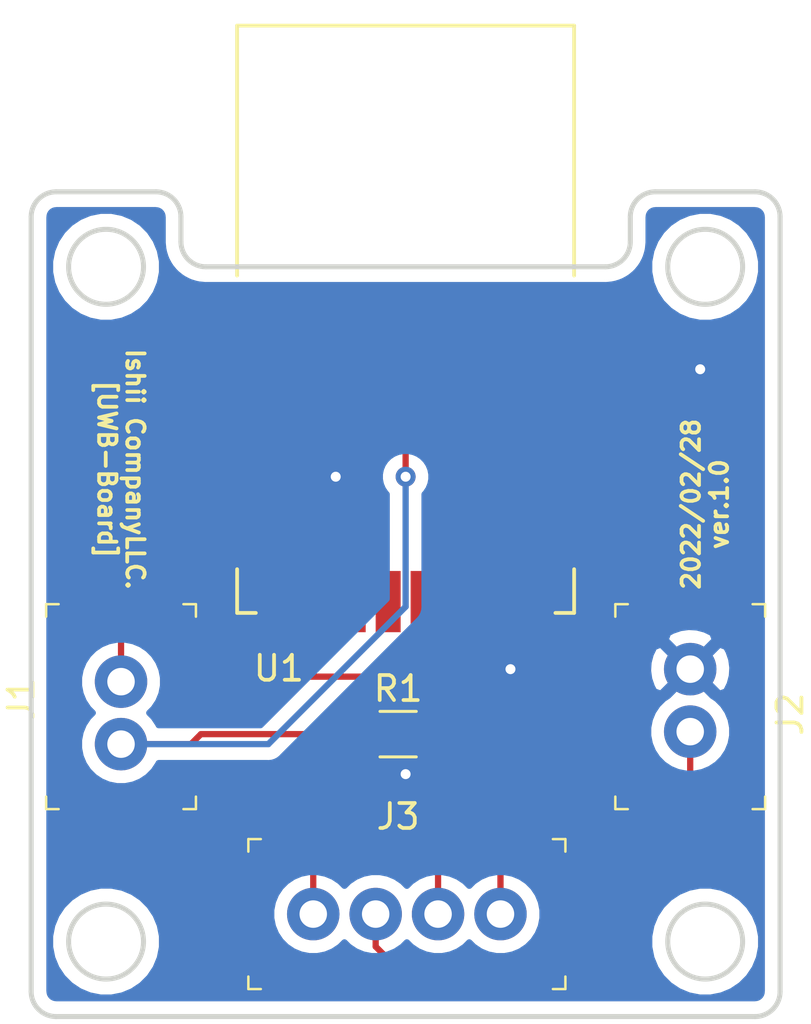
<source format=kicad_pcb>
(kicad_pcb (version 20171130) (host pcbnew "(5.1.9)-1")

  (general
    (thickness 1.6)
    (drawings 22)
    (tracks 79)
    (zones 0)
    (modules 5)
    (nets 19)
  )

  (page A4)
  (layers
    (0 F.Cu signal)
    (31 B.Cu signal)
    (32 B.Adhes user hide)
    (33 F.Adhes user hide)
    (34 B.Paste user)
    (35 F.Paste user)
    (36 B.SilkS user)
    (37 F.SilkS user)
    (38 B.Mask user)
    (39 F.Mask user)
    (40 Dwgs.User user hide)
    (41 Cmts.User user hide)
    (42 Eco1.User user hide)
    (43 Eco2.User user hide)
    (44 Edge.Cuts user)
    (45 Margin user hide)
    (46 B.CrtYd user hide)
    (47 F.CrtYd user hide)
    (48 B.Fab user hide)
    (49 F.Fab user hide)
  )

  (setup
    (last_trace_width 0.25)
    (trace_clearance 0.2)
    (zone_clearance 0.508)
    (zone_45_only no)
    (trace_min 0.2)
    (via_size 0.8)
    (via_drill 0.4)
    (via_min_size 0.4)
    (via_min_drill 0.3)
    (uvia_size 0.3)
    (uvia_drill 0.1)
    (uvias_allowed no)
    (uvia_min_size 0.2)
    (uvia_min_drill 0.1)
    (edge_width 0.05)
    (segment_width 0.2)
    (pcb_text_width 0.3)
    (pcb_text_size 1.5 1.5)
    (mod_edge_width 0.12)
    (mod_text_size 1 1)
    (mod_text_width 0.15)
    (pad_size 1.524 1.524)
    (pad_drill 0.762)
    (pad_to_mask_clearance 0)
    (aux_axis_origin 140 109.2)
    (grid_origin 140 109.2)
    (visible_elements FFFFFF7F)
    (pcbplotparams
      (layerselection 0x010fc_ffffffff)
      (usegerberextensions true)
      (usegerberattributes false)
      (usegerberadvancedattributes true)
      (creategerberjobfile false)
      (excludeedgelayer true)
      (linewidth 0.100000)
      (plotframeref false)
      (viasonmask false)
      (mode 1)
      (useauxorigin false)
      (hpglpennumber 1)
      (hpglpenspeed 20)
      (hpglpendiameter 15.000000)
      (psnegative false)
      (psa4output false)
      (plotreference true)
      (plotvalue true)
      (plotinvisibletext false)
      (padsonsilk false)
      (subtractmaskfromsilk false)
      (outputformat 1)
      (mirror false)
      (drillshape 0)
      (scaleselection 1)
      (outputdirectory "../../../../Desktop/UWB_Board/"))
  )

  (net 0 "")
  (net 1 RST)
  (net 2 IRQ)
  (net 3 GND)
  (net 4 +3V3)
  (net 5 SPI_CS)
  (net 6 SPI_CLK)
  (net 7 SPI_MOSI)
  (net 8 SPI_MISO)
  (net 9 "Net-(U1-Pad1)")
  (net 10 "Net-(U1-Pad2)")
  (net 11 "Net-(U1-Pad4)")
  (net 12 "Net-(U1-Pad9)")
  (net 13 "Net-(U1-Pad10)")
  (net 14 "Net-(U1-Pad11)")
  (net 15 "Net-(U1-Pad12)")
  (net 16 "Net-(U1-Pad13)")
  (net 17 "Net-(U1-Pad14)")
  (net 18 "Net-(U1-Pad15)")

  (net_class Default "This is the default net class."
    (clearance 0.2)
    (trace_width 0.25)
    (via_dia 0.8)
    (via_drill 0.4)
    (uvia_dia 0.3)
    (uvia_drill 0.1)
    (add_net +3V3)
    (add_net GND)
    (add_net IRQ)
    (add_net "Net-(U1-Pad1)")
    (add_net "Net-(U1-Pad10)")
    (add_net "Net-(U1-Pad11)")
    (add_net "Net-(U1-Pad12)")
    (add_net "Net-(U1-Pad13)")
    (add_net "Net-(U1-Pad14)")
    (add_net "Net-(U1-Pad15)")
    (add_net "Net-(U1-Pad2)")
    (add_net "Net-(U1-Pad4)")
    (add_net "Net-(U1-Pad9)")
    (add_net RST)
    (add_net SPI_CLK)
    (add_net SPI_CS)
    (add_net SPI_MISO)
    (add_net SPI_MOSI)
  )

  (module digikey-footprints:PinHeader_1x2_P2.5mm_Drill1.1mm (layer F.Cu) (tedit 5A4D0F7D) (tstamp 621BD5B9)
    (at 144.6 98 90)
    (descr http://www.jst-mfg.com/product/pdf/eng/eXH.pdf)
    (path /621C3DE6)
    (fp_text reference J1 (at 1.8 -4 90) (layer F.SilkS)
      (effects (font (size 1 1) (thickness 0.15)))
    )
    (fp_text value ConA (at 1.48 4.41 90) (layer F.Fab)
      (effects (font (size 1 1) (thickness 0.15)))
    )
    (fp_text user %R (at 1.3 -0.1 90) (layer F.Fab)
      (effects (font (size 1 1) (thickness 0.15)))
    )
    (fp_line (start 5.6 -3) (end 5.6 -2.5) (layer F.SilkS) (width 0.1))
    (fp_line (start 5.6 -3) (end 5.1 -3) (layer F.SilkS) (width 0.1))
    (fp_line (start 5.6 3) (end 5.6 2.5) (layer F.SilkS) (width 0.1))
    (fp_line (start 5.6 3) (end 5.1 3) (layer F.SilkS) (width 0.1))
    (fp_line (start 5.7 3.12) (end 5.7 -3.13) (layer F.CrtYd) (width 0.05))
    (fp_line (start 5.45 -2.875) (end 5.45 2.875) (layer F.Fab) (width 0.1))
    (fp_line (start -2.45 2.875) (end 5.45 2.875) (layer F.Fab) (width 0.1))
    (fp_line (start 5.7 3.12) (end -2.7 3.12) (layer F.CrtYd) (width 0.05))
    (fp_line (start -2.7 -3.13) (end -2.7 3.12) (layer F.CrtYd) (width 0.05))
    (fp_line (start 5.7 -3.13) (end -2.7 -3.13) (layer F.CrtYd) (width 0.05))
    (fp_line (start -2.6 -3) (end -2.6 -2.5) (layer F.SilkS) (width 0.1))
    (fp_line (start -2.6 -3) (end -2.1 -3) (layer F.SilkS) (width 0.1))
    (fp_line (start -2.6 3) (end -2.6 2.5) (layer F.SilkS) (width 0.1))
    (fp_line (start -2.6 3) (end -2.1 3) (layer F.SilkS) (width 0.1))
    (fp_line (start -2.45 -2.875) (end 5.45 -2.875) (layer F.Fab) (width 0.1))
    (fp_line (start -2.45 -2.875) (end -2.45 2.875) (layer F.Fab) (width 0.1))
    (pad 2 thru_hole circle (at 2.5 0 90) (size 2.1 2.1) (drill 1.1) (layers *.Cu *.Mask)
      (net 1 RST))
    (pad 1 thru_hole circle (at 0 0 90) (size 2.1 2.1) (drill 1.1) (layers *.Cu *.Mask)
      (net 2 IRQ))
  )

  (module digikey-footprints:PinHeader_1x2_P2.5mm_Drill1.1mm (layer F.Cu) (tedit 5A4D0F7D) (tstamp 621BD5D0)
    (at 167.4 95 270)
    (descr http://www.jst-mfg.com/product/pdf/eng/eXH.pdf)
    (path /621C2C05)
    (fp_text reference J2 (at 1.8 -4 90) (layer F.SilkS)
      (effects (font (size 1 1) (thickness 0.15)))
    )
    (fp_text value ConB (at 1.48 4.41 90) (layer F.Fab)
      (effects (font (size 1 1) (thickness 0.15)))
    )
    (fp_line (start -2.45 -2.875) (end -2.45 2.875) (layer F.Fab) (width 0.1))
    (fp_line (start -2.45 -2.875) (end 5.45 -2.875) (layer F.Fab) (width 0.1))
    (fp_line (start -2.6 3) (end -2.1 3) (layer F.SilkS) (width 0.1))
    (fp_line (start -2.6 3) (end -2.6 2.5) (layer F.SilkS) (width 0.1))
    (fp_line (start -2.6 -3) (end -2.1 -3) (layer F.SilkS) (width 0.1))
    (fp_line (start -2.6 -3) (end -2.6 -2.5) (layer F.SilkS) (width 0.1))
    (fp_line (start 5.7 -3.13) (end -2.7 -3.13) (layer F.CrtYd) (width 0.05))
    (fp_line (start -2.7 -3.13) (end -2.7 3.12) (layer F.CrtYd) (width 0.05))
    (fp_line (start 5.7 3.12) (end -2.7 3.12) (layer F.CrtYd) (width 0.05))
    (fp_line (start -2.45 2.875) (end 5.45 2.875) (layer F.Fab) (width 0.1))
    (fp_line (start 5.45 -2.875) (end 5.45 2.875) (layer F.Fab) (width 0.1))
    (fp_line (start 5.7 3.12) (end 5.7 -3.13) (layer F.CrtYd) (width 0.05))
    (fp_line (start 5.6 3) (end 5.1 3) (layer F.SilkS) (width 0.1))
    (fp_line (start 5.6 3) (end 5.6 2.5) (layer F.SilkS) (width 0.1))
    (fp_line (start 5.6 -3) (end 5.1 -3) (layer F.SilkS) (width 0.1))
    (fp_line (start 5.6 -3) (end 5.6 -2.5) (layer F.SilkS) (width 0.1))
    (fp_text user %R (at 1.3 -0.1 90) (layer F.Fab)
      (effects (font (size 1 1) (thickness 0.15)))
    )
    (pad 1 thru_hole circle (at 0 0 270) (size 2.1 2.1) (drill 1.1) (layers *.Cu *.Mask)
      (net 3 GND))
    (pad 2 thru_hole circle (at 2.5 0 270) (size 2.1 2.1) (drill 1.1) (layers *.Cu *.Mask)
      (net 4 +3V3))
  )

  (module digikey-footprints:PinHeader_1x4_P2.5mm_Drill1.1mm (layer F.Cu) (tedit 5A4D1100) (tstamp 621BD5E9)
    (at 152.3 104.8)
    (descr http://www.jst-mfg.com/product/pdf/eng/eXH.pdf)
    (path /621C1D17)
    (fp_text reference J3 (at 3.4 -3.9) (layer F.SilkS)
      (effects (font (size 1 1) (thickness 0.15)))
    )
    (fp_text value SPI (at 3.3 4.3) (layer F.Fab)
      (effects (font (size 1 1) (thickness 0.15)))
    )
    (fp_line (start -2.45 -2.875) (end -2.45 2.875) (layer F.Fab) (width 0.1))
    (fp_line (start -2.45 -2.875) (end 9.95 -2.875) (layer F.Fab) (width 0.1))
    (fp_line (start -2.6 3) (end -2.1 3) (layer F.SilkS) (width 0.1))
    (fp_line (start -2.6 3) (end -2.6 2.5) (layer F.SilkS) (width 0.1))
    (fp_line (start -2.6 -3) (end -2.1 -3) (layer F.SilkS) (width 0.1))
    (fp_line (start -2.6 -3) (end -2.6 -2.5) (layer F.SilkS) (width 0.1))
    (fp_line (start 10.2 -3.13) (end -2.7 -3.13) (layer F.CrtYd) (width 0.05))
    (fp_line (start -2.7 -3.13) (end -2.7 3.12) (layer F.CrtYd) (width 0.05))
    (fp_line (start 10.2 3.12) (end -2.7 3.12) (layer F.CrtYd) (width 0.05))
    (fp_line (start -2.45 2.875) (end 9.95 2.875) (layer F.Fab) (width 0.1))
    (fp_line (start 9.95 -2.875) (end 9.95 2.875) (layer F.Fab) (width 0.1))
    (fp_line (start 10.2 -3.13) (end 10.2 3.12) (layer F.CrtYd) (width 0.05))
    (fp_line (start 10.1 3) (end 10.1 2.5) (layer F.SilkS) (width 0.1))
    (fp_line (start 10.1 3) (end 9.6 3) (layer F.SilkS) (width 0.1))
    (fp_line (start 10.1 -3) (end 9.6 -3) (layer F.SilkS) (width 0.1))
    (fp_line (start 10.1 -3) (end 10.1 -2.5) (layer F.SilkS) (width 0.1))
    (fp_text user %R (at 3.8 0) (layer F.Fab)
      (effects (font (size 1 1) (thickness 0.15)))
    )
    (pad 1 thru_hole circle (at 0 0) (size 2.1 2.1) (drill 1.1) (layers *.Cu *.Mask)
      (net 5 SPI_CS))
    (pad 2 thru_hole circle (at 2.5 0) (size 2.1 2.1) (drill 1.1) (layers *.Cu *.Mask)
      (net 6 SPI_CLK))
    (pad 3 thru_hole circle (at 5 0) (size 2.1 2.1) (drill 1.1) (layers *.Cu *.Mask)
      (net 7 SPI_MOSI))
    (pad 4 thru_hole circle (at 7.5 0) (size 2.1 2.1) (drill 1.1) (layers *.Cu *.Mask)
      (net 8 SPI_MISO))
  )

  (module Resistor_SMD:R_1206_3216Metric (layer F.Cu) (tedit 5F68FEEE) (tstamp 621BD5FA)
    (at 155.7 97.6)
    (descr "Resistor SMD 1206 (3216 Metric), square (rectangular) end terminal, IPC_7351 nominal, (Body size source: IPC-SM-782 page 72, https://www.pcb-3d.com/wordpress/wp-content/uploads/ipc-sm-782a_amendment_1_and_2.pdf), generated with kicad-footprint-generator")
    (tags resistor)
    (path /621BE38E)
    (attr smd)
    (fp_text reference R1 (at 0 -1.82) (layer F.SilkS)
      (effects (font (size 1 1) (thickness 0.15)))
    )
    (fp_text value 1k (at 0 1.82) (layer F.Fab)
      (effects (font (size 1 1) (thickness 0.15)))
    )
    (fp_line (start 2.28 1.12) (end -2.28 1.12) (layer F.CrtYd) (width 0.05))
    (fp_line (start 2.28 -1.12) (end 2.28 1.12) (layer F.CrtYd) (width 0.05))
    (fp_line (start -2.28 -1.12) (end 2.28 -1.12) (layer F.CrtYd) (width 0.05))
    (fp_line (start -2.28 1.12) (end -2.28 -1.12) (layer F.CrtYd) (width 0.05))
    (fp_line (start -0.727064 0.91) (end 0.727064 0.91) (layer F.SilkS) (width 0.12))
    (fp_line (start -0.727064 -0.91) (end 0.727064 -0.91) (layer F.SilkS) (width 0.12))
    (fp_line (start 1.6 0.8) (end -1.6 0.8) (layer F.Fab) (width 0.1))
    (fp_line (start 1.6 -0.8) (end 1.6 0.8) (layer F.Fab) (width 0.1))
    (fp_line (start -1.6 -0.8) (end 1.6 -0.8) (layer F.Fab) (width 0.1))
    (fp_line (start -1.6 0.8) (end -1.6 -0.8) (layer F.Fab) (width 0.1))
    (fp_text user %R (at 0 0) (layer F.Fab)
      (effects (font (size 0.8 0.8) (thickness 0.12)))
    )
    (pad 1 smd roundrect (at -1.4625 0) (size 1.125 1.75) (layers F.Cu F.Paste F.Mask) (roundrect_rratio 0.2222213333333333)
      (net 2 IRQ))
    (pad 2 smd roundrect (at 1.4625 0) (size 1.125 1.75) (layers F.Cu F.Paste F.Mask) (roundrect_rratio 0.2222213333333333)
      (net 3 GND))
    (model ${KISYS3DMOD}/Resistor_SMD.3dshapes/R_1206_3216Metric.wrl
      (at (xyz 0 0 0))
      (scale (xyz 1 1 1))
      (rotate (xyz 0 0 0))
    )
  )

  (module RF_Module:DWM1000 (layer F.Cu) (tedit 5A5206A0) (tstamp 621BD63E)
    (at 156 81)
    (descr "IEEE802.15.4-2011 UWB")
    (tags "UWB Module")
    (path /621B7423)
    (attr smd)
    (fp_text reference U1 (at -5.08 13.97) (layer F.SilkS)
      (effects (font (size 1 1) (thickness 0.15)))
    )
    (fp_text value DWM1000 (at 0 7.5) (layer F.Fab)
      (effects (font (size 1 1) (thickness 0.15)))
    )
    (fp_line (start -6.75 -11.75) (end -6.75 -1.75) (layer F.SilkS) (width 0.15))
    (fp_line (start 6.75 -11.75) (end 6.75 -1.75) (layer F.SilkS) (width 0.15))
    (fp_line (start -6.75 -11.75) (end 6.75 -11.75) (layer F.SilkS) (width 0.15))
    (fp_line (start 5.715 10.865) (end -5.08 10.865) (layer F.Fab) (width 0.15))
    (fp_line (start 5.715 -0.565) (end 5.715 10.865) (layer F.Fab) (width 0.15))
    (fp_line (start 5.08 -1.2) (end 5.715 -0.565) (layer F.Fab) (width 0.15))
    (fp_line (start 4.445 -1.2) (end 5.08 -1.2) (layer F.Fab) (width 0.15))
    (fp_line (start -5.715 -1.2) (end 4.445 -1.2) (layer F.Fab) (width 0.15))
    (fp_line (start -5.715 10.23) (end -5.715 -1.2) (layer F.Fab) (width 0.15))
    (fp_line (start -5.08 10.865) (end -5.715 10.23) (layer F.Fab) (width 0.15))
    (fp_line (start 1.905 -2.47) (end -3.81 -2.47) (layer F.Fab) (width 0.15))
    (fp_line (start 1.905 -10.725) (end 1.905 -2.47) (layer F.Fab) (width 0.15))
    (fp_line (start -3.81 -10.725) (end 1.905 -10.725) (layer F.Fab) (width 0.15))
    (fp_line (start -3.81 -2.47) (end -3.81 -10.725) (layer F.Fab) (width 0.15))
    (fp_line (start -7.85 -11.85) (end -7.85 12.85) (layer F.CrtYd) (width 0.05))
    (fp_line (start 7.85 -11.85) (end -7.85 -11.85) (layer F.CrtYd) (width 0.05))
    (fp_line (start 7.85 12.85) (end 7.85 -11.85) (layer F.CrtYd) (width 0.05))
    (fp_line (start -7.85 12.85) (end 7.85 12.85) (layer F.CrtYd) (width 0.05))
    (fp_line (start -6.5 11.5) (end 6.5 11.5) (layer F.Fab) (width 0.15))
    (fp_line (start -6.5 -11.5) (end -6.5 11.5) (layer F.Fab) (width 0.15))
    (fp_line (start 6.5 -11.5) (end -6.5 -11.5) (layer F.Fab) (width 0.15))
    (fp_line (start 6.5 11.5) (end 6.5 -11.5) (layer F.Fab) (width 0.15))
    (fp_line (start 6.75 11.75) (end 6.75 10) (layer F.SilkS) (width 0.15))
    (fp_line (start 6 11.75) (end 6.75 11.75) (layer F.SilkS) (width 0.15))
    (fp_line (start -6.75 11.75) (end -6.75 10) (layer F.SilkS) (width 0.15))
    (fp_line (start -6 11.75) (end -6.75 11.75) (layer F.SilkS) (width 0.15))
    (fp_line (start -8.89 -1.27) (end -8.89 -12.7) (layer Dwgs.User) (width 0.15))
    (fp_line (start 8.89 -1.27) (end -8.89 -1.27) (layer Dwgs.User) (width 0.15))
    (fp_line (start 8.89 -12.7) (end 8.89 -1.27) (layer Dwgs.User) (width 0.15))
    (fp_line (start -8.89 -12.7) (end 8.89 -12.7) (layer Dwgs.User) (width 0.15))
    (fp_line (start -8.89 -5.08) (end -5.08 -1.27) (layer Dwgs.User) (width 0.15))
    (fp_line (start -8.89 -8.89) (end -1.27 -1.27) (layer Dwgs.User) (width 0.15))
    (fp_line (start 2.54 -1.27) (end -8.89 -12.7) (layer Dwgs.User) (width 0.15))
    (fp_line (start 6.35 -1.27) (end -5.08 -12.7) (layer Dwgs.User) (width 0.15))
    (fp_line (start -1.27 -12.7) (end 8.89 -2.54) (layer Dwgs.User) (width 0.15))
    (fp_line (start 2.54 -12.7) (end 8.89 -6.35) (layer Dwgs.User) (width 0.15))
    (fp_line (start 6.35 -12.7) (end 8.89 -10.16) (layer Dwgs.User) (width 0.15))
    (fp_text user "no components, traces, or copper on any layer" (at 0 -6.35) (layer Cmts.User)
      (effects (font (size 0.5 0.5) (thickness 0.03175)))
    )
    (fp_text user "KEEP-OUT ZONE" (at 0 -8.89) (layer Cmts.User)
      (effects (font (size 1 1) (thickness 0.15)))
    )
    (fp_text user %R (at 0 0) (layer F.Fab)
      (effects (font (size 1 1) (thickness 0.15)))
    )
    (pad 1 smd rect (at -6.3 -0.7988 90) (size 1 2.45) (layers F.Cu F.Paste F.Mask)
      (net 9 "Net-(U1-Pad1)"))
    (pad 2 smd rect (at -6.3 0.6012 90) (size 1 2.45) (layers F.Cu F.Paste F.Mask)
      (net 10 "Net-(U1-Pad2)"))
    (pad 3 smd rect (at -6.3 2.0012 90) (size 1 2.45) (layers F.Cu F.Paste F.Mask)
      (net 1 RST))
    (pad 4 smd rect (at -6.3 3.4012 90) (size 1 2.45) (layers F.Cu F.Paste F.Mask)
      (net 11 "Net-(U1-Pad4)"))
    (pad 5 smd rect (at -6.3 4.8012 90) (size 1 2.45) (layers F.Cu F.Paste F.Mask)
      (net 4 +3V3))
    (pad 6 smd rect (at -6.3 6.2012 90) (size 1 2.45) (layers F.Cu F.Paste F.Mask)
      (net 4 +3V3))
    (pad 7 smd rect (at -6.3 7.6012 90) (size 1 2.45) (layers F.Cu F.Paste F.Mask)
      (net 4 +3V3))
    (pad 8 smd rect (at -6.3 9.0012 90) (size 1 2.45) (layers F.Cu F.Paste F.Mask)
      (net 3 GND))
    (pad 9 smd rect (at -4.9 11.2962) (size 1 2.45) (layers F.Cu F.Paste F.Mask)
      (net 12 "Net-(U1-Pad9)"))
    (pad 10 smd rect (at -3.5 11.2962) (size 1 2.45) (layers F.Cu F.Paste F.Mask)
      (net 13 "Net-(U1-Pad10)"))
    (pad 11 smd rect (at -2.1 11.2962) (size 1 2.45) (layers F.Cu F.Paste F.Mask)
      (net 14 "Net-(U1-Pad11)"))
    (pad 12 smd rect (at -0.7 11.2962) (size 1 2.45) (layers F.Cu F.Paste F.Mask)
      (net 15 "Net-(U1-Pad12)"))
    (pad 13 smd rect (at 0.7 11.2962) (size 1 2.45) (layers F.Cu F.Paste F.Mask)
      (net 16 "Net-(U1-Pad13)"))
    (pad 14 smd rect (at 2.1 11.2962) (size 1 2.45) (layers F.Cu F.Paste F.Mask)
      (net 17 "Net-(U1-Pad14)"))
    (pad 15 smd rect (at 3.5 11.2962) (size 1 2.45) (layers F.Cu F.Paste F.Mask)
      (net 18 "Net-(U1-Pad15)"))
    (pad 16 smd rect (at 4.9 11.2962) (size 1 2.45) (layers F.Cu F.Paste F.Mask)
      (net 3 GND))
    (pad 17 smd rect (at 6.3 9 90) (size 1 2.45) (layers F.Cu F.Paste F.Mask)
      (net 5 SPI_CS))
    (pad 18 smd rect (at 6.3 7.6 90) (size 1 2.45) (layers F.Cu F.Paste F.Mask)
      (net 7 SPI_MOSI))
    (pad 19 smd rect (at 6.3 6.2012 90) (size 1 2.45) (layers F.Cu F.Paste F.Mask)
      (net 8 SPI_MISO))
    (pad 20 smd rect (at 6.3 4.8012 90) (size 1 2.45) (layers F.Cu F.Paste F.Mask)
      (net 6 SPI_CLK))
    (pad 21 smd rect (at 6.3 3.4012 90) (size 1 2.45) (layers F.Cu F.Paste F.Mask)
      (net 3 GND))
    (pad 22 smd rect (at 6.3 2.0012 90) (size 1 2.45) (layers F.Cu F.Paste F.Mask)
      (net 2 IRQ))
    (pad 23 smd rect (at 6.3 0.6012 90) (size 1 2.45) (layers F.Cu F.Paste F.Mask)
      (net 3 GND))
    (pad 24 smd rect (at 6.3 -0.7988 90) (size 1 2.45) (layers F.Cu F.Paste F.Mask)
      (net 3 GND))
    (model ${KISYS3DMOD}/RF_Module.3dshapes/DWM1000.wrl
      (at (xyz 0 0 0))
      (scale (xyz 1 1 1))
      (rotate (xyz 0 0 0))
    )
  )

  (gr_text "2022/02/28\nver.1.0" (at 168 88.4 90) (layer F.SilkS)
    (effects (font (size 0.7 0.7) (thickness 0.15)))
  )
  (gr_text "Ishii CompanyLLC.\n[UWB-Board]" (at 144.6 87 270) (layer F.SilkS)
    (effects (font (size 0.7 0.7) (thickness 0.15)))
  )
  (gr_circle (center 144 105.9) (end 145.500001 105.9) (layer Edge.Cuts) (width 0.2))
  (gr_arc (start 142 76.9) (end 142 75.9) (angle -90) (layer Edge.Cuts) (width 0.2))
  (gr_circle (center 168 78.9) (end 169.5 78.9) (layer Edge.Cuts) (width 0.2))
  (gr_line (start 171 76.9) (end 171 107.9) (layer Edge.Cuts) (width 0.2))
  (gr_arc (start 142 107.9) (end 141 107.9) (angle -90) (layer Edge.Cuts) (width 0.2))
  (gr_line (start 165 77.9) (end 165 76.9) (layer Edge.Cuts) (width 0.2))
  (gr_arc (start 148 77.9) (end 147 77.9) (angle -90) (layer Edge.Cuts) (width 0.2))
  (gr_line (start 147 77.9) (end 147 76.9) (layer Edge.Cuts) (width 0.2))
  (gr_circle (center 144 78.9) (end 145.500001 78.9) (layer Edge.Cuts) (width 0.2))
  (gr_line (start 170 75.9) (end 166 75.9) (layer Edge.Cuts) (width 0.2))
  (gr_arc (start 164 77.9) (end 164 78.9) (angle -90) (layer Edge.Cuts) (width 0.2))
  (gr_line (start 141 76.9) (end 141 107.9) (layer Edge.Cuts) (width 0.2))
  (gr_circle (center 168 105.9) (end 169.49958 105.9) (layer Edge.Cuts) (width 0.2))
  (gr_arc (start 170 107.9) (end 170 108.9) (angle -90) (layer Edge.Cuts) (width 0.2))
  (gr_arc (start 170 76.9) (end 171 76.9) (angle -90) (layer Edge.Cuts) (width 0.2))
  (gr_arc (start 146 76.9) (end 147.000001 76.9) (angle -90) (layer Edge.Cuts) (width 0.2))
  (gr_arc (start 166 76.9) (end 166 75.9) (angle -90) (layer Edge.Cuts) (width 0.2))
  (gr_line (start 142 75.9) (end 146 75.9) (layer Edge.Cuts) (width 0.2))
  (gr_line (start 148 78.9) (end 164 78.9) (layer Edge.Cuts) (width 0.2))
  (gr_line (start 142 108.9) (end 170 108.9) (layer Edge.Cuts) (width 0.2))

  (via (at 156 87.3) (size 0.8) (drill 0.4) (layers F.Cu B.Cu) (net 2))
  (via (at 156 99.2) (size 0.8) (drill 0.4) (layers F.Cu B.Cu) (net 3))
  (segment (start 149.7 83.0012) (end 146.4988 83.0012) (width 0.25) (layer F.Cu) (net 1))
  (segment (start 144.6 84.9) (end 144.6 95.5) (width 0.25) (layer F.Cu) (net 1))
  (segment (start 146.4988 83.0012) (end 144.6 84.9) (width 0.25) (layer F.Cu) (net 1))
  (segment (start 144.6 98) (end 147.4 98) (width 0.25) (layer F.Cu) (net 2))
  (segment (start 147.8 97.6) (end 154.2375 97.6) (width 0.25) (layer F.Cu) (net 2))
  (segment (start 147.4 98) (end 147.8 97.6) (width 0.25) (layer F.Cu) (net 2))
  (segment (start 162.3 83.0012) (end 159.1988 83.0012) (width 0.25) (layer F.Cu) (net 2))
  (segment (start 156 86.2) (end 156 87.3) (width 0.25) (layer F.Cu) (net 2))
  (segment (start 159.1988 83.0012) (end 156 86.2) (width 0.25) (layer F.Cu) (net 2))
  (segment (start 150.5 98) (end 144.6 98) (width 0.25) (layer B.Cu) (net 2))
  (segment (start 156 92.5) (end 150.5 98) (width 0.25) (layer B.Cu) (net 2))
  (segment (start 156 87.3) (end 156 92.5) (width 0.25) (layer B.Cu) (net 2))
  (via (at 167.8 83) (size 0.8) (drill 0.4) (layers F.Cu B.Cu) (net 3) (tstamp 621BE0AC))
  (via (at 153.2 87.3) (size 0.8) (drill 0.4) (layers F.Cu B.Cu) (net 3) (tstamp 621BE0AE))
  (segment (start 162.3 80.2012) (end 162.3 81.6012) (width 0.25) (layer F.Cu) (net 3))
  (segment (start 162.3 81.6012) (end 166.1012 81.6012) (width 0.25) (layer F.Cu) (net 3))
  (segment (start 166.4012 81.6012) (end 166.1012 81.6012) (width 0.25) (layer F.Cu) (net 3))
  (segment (start 167.8 83) (end 166.4012 81.6012) (width 0.25) (layer F.Cu) (net 3))
  (segment (start 166.3988 84.4012) (end 167.8 83) (width 0.25) (layer F.Cu) (net 3))
  (segment (start 162.3 84.4012) (end 166.3988 84.4012) (width 0.25) (layer F.Cu) (net 3))
  (segment (start 153.2 87.3) (end 153.2 88.6) (width 0.25) (layer F.Cu) (net 3))
  (segment (start 151.7988 90.0012) (end 149.7 90.0012) (width 0.25) (layer F.Cu) (net 3))
  (segment (start 153.2 88.6) (end 151.7988 90.0012) (width 0.25) (layer F.Cu) (net 3))
  (via (at 160.2 95) (size 0.8) (drill 0.4) (layers F.Cu B.Cu) (net 3))
  (segment (start 160.9 94.3) (end 160.2 95) (width 0.25) (layer F.Cu) (net 3))
  (segment (start 160.9 92.2962) (end 160.9 94.3) (width 0.25) (layer F.Cu) (net 3))
  (segment (start 157.1625 97.6) (end 157.1625 98.6375) (width 0.25) (layer F.Cu) (net 3))
  (segment (start 156.6 99.2) (end 156 99.2) (width 0.25) (layer F.Cu) (net 3))
  (segment (start 157.1625 98.6375) (end 156.6 99.2) (width 0.25) (layer F.Cu) (net 3))
  (segment (start 149.7 85.8012) (end 149.7 88.6012) (width 0.25) (layer F.Cu) (net 4))
  (segment (start 167.4 101.1) (end 167.4 97.5) (width 0.25) (layer F.Cu) (net 4))
  (segment (start 165 103.5) (end 167.4 101.1) (width 0.25) (layer F.Cu) (net 4))
  (segment (start 162 107.8) (end 165 104.8) (width 0.25) (layer F.Cu) (net 4))
  (segment (start 149.7 88.6012) (end 147.1988 88.6012) (width 0.25) (layer F.Cu) (net 4))
  (segment (start 165 104.8) (end 165 103.5) (width 0.25) (layer F.Cu) (net 4))
  (segment (start 148.1 102.1) (end 148.1 105.8) (width 0.25) (layer F.Cu) (net 4))
  (segment (start 157.7 95.3) (end 159.3 96.9) (width 0.25) (layer F.Cu) (net 4))
  (segment (start 146.7 94.3) (end 147.7 95.3) (width 0.25) (layer F.Cu) (net 4))
  (segment (start 147.7 95.3) (end 157.7 95.3) (width 0.25) (layer F.Cu) (net 4))
  (segment (start 147.1988 88.6012) (end 146.7 89.1) (width 0.25) (layer F.Cu) (net 4))
  (segment (start 159.3 96.9) (end 159.3 98.6) (width 0.25) (layer F.Cu) (net 4))
  (segment (start 150.1 100.1) (end 148.1 102.1) (width 0.25) (layer F.Cu) (net 4))
  (segment (start 150.1 107.8) (end 162 107.8) (width 0.25) (layer F.Cu) (net 4))
  (segment (start 159.3 98.6) (end 157.8 100.1) (width 0.25) (layer F.Cu) (net 4))
  (segment (start 146.7 89.1) (end 146.7 94.3) (width 0.25) (layer F.Cu) (net 4))
  (segment (start 157.8 100.1) (end 150.1 100.1) (width 0.25) (layer F.Cu) (net 4))
  (segment (start 148.1 105.8) (end 150.1 107.8) (width 0.25) (layer F.Cu) (net 4))
  (segment (start 162.3 90) (end 162.3 96.9) (width 0.25) (layer F.Cu) (net 5))
  (segment (start 162.3 96.9) (end 158.2 101) (width 0.25) (layer F.Cu) (net 5))
  (segment (start 158.2 101) (end 152.9 101) (width 0.25) (layer F.Cu) (net 5))
  (segment (start 152.3 101.6) (end 152.3 104.8) (width 0.25) (layer F.Cu) (net 5))
  (segment (start 152.9 101) (end 152.3 101.6) (width 0.25) (layer F.Cu) (net 5))
  (segment (start 161.2 106.9) (end 155.6 106.9) (width 0.25) (layer F.Cu) (net 6))
  (segment (start 162.5 105.6) (end 161.2 106.9) (width 0.25) (layer F.Cu) (net 6))
  (segment (start 154.8 106.1) (end 154.8 104.8) (width 0.25) (layer F.Cu) (net 6))
  (segment (start 162.5 100.5) (end 162.5 105.6) (width 0.25) (layer F.Cu) (net 6))
  (segment (start 164.5 98.5) (end 162.5 100.5) (width 0.25) (layer F.Cu) (net 6))
  (segment (start 166 92.7) (end 164.5 94.2) (width 0.25) (layer F.Cu) (net 6))
  (segment (start 166 88.4) (end 166 92.7) (width 0.25) (layer F.Cu) (net 6))
  (segment (start 164.5 94.2) (end 164.5 98.5) (width 0.25) (layer F.Cu) (net 6))
  (segment (start 163.4012 85.8012) (end 166 88.4) (width 0.25) (layer F.Cu) (net 6))
  (segment (start 155.6 106.9) (end 154.8 106.1) (width 0.25) (layer F.Cu) (net 6))
  (segment (start 162.3 85.8012) (end 163.4012 85.8012) (width 0.25) (layer F.Cu) (net 6))
  (segment (start 157.3 103) (end 157.3 104.8) (width 0.25) (layer F.Cu) (net 7))
  (segment (start 163.1 93) (end 163.1 97.2) (width 0.25) (layer F.Cu) (net 7))
  (segment (start 164.3 91.8) (end 163.1 93) (width 0.25) (layer F.Cu) (net 7))
  (segment (start 164.3 89.125) (end 164.3 91.8) (width 0.25) (layer F.Cu) (net 7))
  (segment (start 163.775 88.6) (end 164.3 89.125) (width 0.25) (layer F.Cu) (net 7))
  (segment (start 163.1 97.2) (end 157.3 103) (width 0.25) (layer F.Cu) (net 7))
  (segment (start 162.3 88.6) (end 163.775 88.6) (width 0.25) (layer F.Cu) (net 7))
  (segment (start 159.8 101.6) (end 159.8 104.8) (width 0.25) (layer F.Cu) (net 8))
  (segment (start 163.7 97.7) (end 159.8 101.6) (width 0.25) (layer F.Cu) (net 8))
  (segment (start 165.1 92.3) (end 163.7 93.7) (width 0.25) (layer F.Cu) (net 8))
  (segment (start 163.7 93.7) (end 163.7 97.7) (width 0.25) (layer F.Cu) (net 8))
  (segment (start 165.1 88.7) (end 165.1 92.3) (width 0.25) (layer F.Cu) (net 8))
  (segment (start 163.6012 87.2012) (end 165.1 88.7) (width 0.25) (layer F.Cu) (net 8))
  (segment (start 162.3 87.2012) (end 163.6012 87.2012) (width 0.25) (layer F.Cu) (net 8))

  (zone (net 3) (net_name GND) (layer B.Cu) (tstamp 621BE281) (hatch edge 0.508)
    (connect_pads (clearance 0.508))
    (min_thickness 0.254)
    (fill yes (arc_segments 32) (thermal_gap 0.508) (thermal_bridge_width 0.508))
    (polygon
      (pts
        (xy 147 78.9) (xy 165 78.9) (xy 165 75.9) (xy 171 75.9) (xy 171 109)
        (xy 140 109.2) (xy 140 75.9) (xy 147 75.9)
      )
    )
    (filled_polygon
      (pts
        (xy 146.050787 76.643503) (xy 146.099642 76.658254) (xy 146.144696 76.682209) (xy 146.184244 76.714464) (xy 146.216773 76.753784)
        (xy 146.241045 76.798675) (xy 146.256136 76.847427) (xy 146.265001 76.931764) (xy 146.265 77.936104) (xy 146.268093 77.967503)
        (xy 146.26805 77.973598) (xy 146.269051 77.983812) (xy 146.289452 78.177908) (xy 146.302844 78.243149) (xy 146.315329 78.308598)
        (xy 146.318295 78.318423) (xy 146.376007 78.504861) (xy 146.401831 78.566293) (xy 146.426777 78.628037) (xy 146.431595 78.637099)
        (xy 146.52442 78.808775) (xy 146.561657 78.863982) (xy 146.59815 78.919748) (xy 146.604636 78.927701) (xy 146.729039 79.078078)
        (xy 146.776346 79.125056) (xy 146.822917 79.172613) (xy 146.830824 79.179155) (xy 146.982066 79.302505) (xy 147.037559 79.339374)
        (xy 147.09252 79.377007) (xy 147.101547 79.381888) (xy 147.273869 79.473513) (xy 147.335508 79.498919) (xy 147.396689 79.525141)
        (xy 147.406492 79.528176) (xy 147.593328 79.584585) (xy 147.65872 79.597533) (xy 147.723836 79.611374) (xy 147.734042 79.612447)
        (xy 147.928275 79.631492) (xy 147.928277 79.631492) (xy 147.963895 79.635) (xy 164.036105 79.635) (xy 164.067504 79.631907)
        (xy 164.073598 79.63195) (xy 164.083812 79.630949) (xy 164.277908 79.610548) (xy 164.343149 79.597156) (xy 164.408598 79.584671)
        (xy 164.418423 79.581705) (xy 164.604861 79.523993) (xy 164.666293 79.498169) (xy 164.728037 79.473223) (xy 164.737099 79.468405)
        (xy 164.908775 79.37558) (xy 164.963982 79.338343) (xy 165.019748 79.30185) (xy 165.027701 79.295364) (xy 165.178078 79.170961)
        (xy 165.225056 79.123654) (xy 165.272613 79.077083) (xy 165.279155 79.069176) (xy 165.402505 78.917934) (xy 165.439374 78.862441)
        (xy 165.477007 78.80748) (xy 165.481888 78.798453) (xy 165.545417 78.678971) (xy 165.755858 78.678971) (xy 165.755858 79.121029)
        (xy 165.8421 79.554592) (xy 166.011268 79.963) (xy 166.256861 80.330557) (xy 166.569443 80.643139) (xy 166.937 80.888732)
        (xy 167.345408 81.0579) (xy 167.778971 81.144142) (xy 168.221029 81.144142) (xy 168.654592 81.0579) (xy 169.063 80.888732)
        (xy 169.430557 80.643139) (xy 169.743139 80.330557) (xy 169.988732 79.963) (xy 170.1579 79.554592) (xy 170.244142 79.121029)
        (xy 170.244142 78.678971) (xy 170.1579 78.245408) (xy 169.988732 77.837) (xy 169.743139 77.469443) (xy 169.430557 77.156861)
        (xy 169.063 76.911268) (xy 168.654592 76.7421) (xy 168.221029 76.655858) (xy 167.778971 76.655858) (xy 167.345408 76.7421)
        (xy 166.937 76.911268) (xy 166.569443 77.156861) (xy 166.256861 77.469443) (xy 166.011268 77.837) (xy 165.8421 78.245408)
        (xy 165.755858 78.678971) (xy 165.545417 78.678971) (xy 165.573513 78.626131) (xy 165.598919 78.564492) (xy 165.625141 78.503311)
        (xy 165.628176 78.493508) (xy 165.684585 78.306672) (xy 165.697533 78.24128) (xy 165.711374 78.176164) (xy 165.712447 78.165958)
        (xy 165.731492 77.971725) (xy 165.731492 77.971723) (xy 165.735 77.936105) (xy 165.735 76.935947) (xy 165.743504 76.849213)
        (xy 165.758254 76.80036) (xy 165.782212 76.755301) (xy 165.814466 76.715755) (xy 165.853786 76.683226) (xy 165.89867 76.658957)
        (xy 165.947427 76.643865) (xy 166.031764 76.635) (xy 169.964053 76.635) (xy 170.050787 76.643504) (xy 170.09964 76.658254)
        (xy 170.144699 76.682212) (xy 170.184245 76.714466) (xy 170.216774 76.753786) (xy 170.241043 76.79867) (xy 170.256135 76.847427)
        (xy 170.265 76.931764) (xy 170.265001 107.864043) (xy 170.256496 107.950786) (xy 170.241746 107.99964) (xy 170.217788 108.044699)
        (xy 170.185534 108.084246) (xy 170.146215 108.116773) (xy 170.101329 108.141043) (xy 170.052573 108.156135) (xy 169.968235 108.165)
        (xy 142.035947 108.165) (xy 141.949214 108.156496) (xy 141.90036 108.141746) (xy 141.855301 108.117788) (xy 141.815754 108.085534)
        (xy 141.783227 108.046215) (xy 141.758957 108.001329) (xy 141.743865 107.952573) (xy 141.735 107.868235) (xy 141.735 105.678971)
        (xy 141.755857 105.678971) (xy 141.755857 106.121029) (xy 141.842099 106.554592) (xy 142.011267 106.963) (xy 142.256861 107.330557)
        (xy 142.569443 107.643139) (xy 142.937 107.888733) (xy 143.345408 108.057901) (xy 143.778971 108.144143) (xy 144.221029 108.144143)
        (xy 144.654592 108.057901) (xy 145.063 107.888733) (xy 145.430557 107.643139) (xy 145.743139 107.330557) (xy 145.988733 106.963)
        (xy 146.157901 106.554592) (xy 146.244143 106.121029) (xy 146.244143 105.678971) (xy 146.157901 105.245408) (xy 145.988733 104.837)
        (xy 145.853121 104.634042) (xy 150.615 104.634042) (xy 150.615 104.965958) (xy 150.679754 105.291496) (xy 150.806772 105.598147)
        (xy 150.991175 105.874125) (xy 151.225875 106.108825) (xy 151.501853 106.293228) (xy 151.808504 106.420246) (xy 152.134042 106.485)
        (xy 152.465958 106.485) (xy 152.791496 106.420246) (xy 153.098147 106.293228) (xy 153.374125 106.108825) (xy 153.55 105.93295)
        (xy 153.725875 106.108825) (xy 154.001853 106.293228) (xy 154.308504 106.420246) (xy 154.634042 106.485) (xy 154.965958 106.485)
        (xy 155.291496 106.420246) (xy 155.598147 106.293228) (xy 155.874125 106.108825) (xy 156.05 105.93295) (xy 156.225875 106.108825)
        (xy 156.501853 106.293228) (xy 156.808504 106.420246) (xy 157.134042 106.485) (xy 157.465958 106.485) (xy 157.791496 106.420246)
        (xy 158.098147 106.293228) (xy 158.374125 106.108825) (xy 158.55 105.93295) (xy 158.725875 106.108825) (xy 159.001853 106.293228)
        (xy 159.308504 106.420246) (xy 159.634042 106.485) (xy 159.965958 106.485) (xy 160.291496 106.420246) (xy 160.598147 106.293228)
        (xy 160.874125 106.108825) (xy 161.108825 105.874125) (xy 161.239194 105.679013) (xy 165.756276 105.679013) (xy 165.756276 106.120987)
        (xy 165.842501 106.55447) (xy 166.011638 106.962802) (xy 166.257186 107.33029) (xy 166.56971 107.642814) (xy 166.937198 107.888362)
        (xy 167.34553 108.057499) (xy 167.779013 108.143724) (xy 168.220987 108.143724) (xy 168.65447 108.057499) (xy 169.062802 107.888362)
        (xy 169.43029 107.642814) (xy 169.742814 107.33029) (xy 169.988362 106.962802) (xy 170.157499 106.55447) (xy 170.243724 106.120987)
        (xy 170.243724 105.679013) (xy 170.157499 105.24553) (xy 169.988362 104.837198) (xy 169.742814 104.46971) (xy 169.43029 104.157186)
        (xy 169.062802 103.911638) (xy 168.65447 103.742501) (xy 168.220987 103.656276) (xy 167.779013 103.656276) (xy 167.34553 103.742501)
        (xy 166.937198 103.911638) (xy 166.56971 104.157186) (xy 166.257186 104.46971) (xy 166.011638 104.837198) (xy 165.842501 105.24553)
        (xy 165.756276 105.679013) (xy 161.239194 105.679013) (xy 161.293228 105.598147) (xy 161.420246 105.291496) (xy 161.485 104.965958)
        (xy 161.485 104.634042) (xy 161.420246 104.308504) (xy 161.293228 104.001853) (xy 161.108825 103.725875) (xy 160.874125 103.491175)
        (xy 160.598147 103.306772) (xy 160.291496 103.179754) (xy 159.965958 103.115) (xy 159.634042 103.115) (xy 159.308504 103.179754)
        (xy 159.001853 103.306772) (xy 158.725875 103.491175) (xy 158.55 103.66705) (xy 158.374125 103.491175) (xy 158.098147 103.306772)
        (xy 157.791496 103.179754) (xy 157.465958 103.115) (xy 157.134042 103.115) (xy 156.808504 103.179754) (xy 156.501853 103.306772)
        (xy 156.225875 103.491175) (xy 156.05 103.66705) (xy 155.874125 103.491175) (xy 155.598147 103.306772) (xy 155.291496 103.179754)
        (xy 154.965958 103.115) (xy 154.634042 103.115) (xy 154.308504 103.179754) (xy 154.001853 103.306772) (xy 153.725875 103.491175)
        (xy 153.55 103.66705) (xy 153.374125 103.491175) (xy 153.098147 103.306772) (xy 152.791496 103.179754) (xy 152.465958 103.115)
        (xy 152.134042 103.115) (xy 151.808504 103.179754) (xy 151.501853 103.306772) (xy 151.225875 103.491175) (xy 150.991175 103.725875)
        (xy 150.806772 104.001853) (xy 150.679754 104.308504) (xy 150.615 104.634042) (xy 145.853121 104.634042) (xy 145.743139 104.469443)
        (xy 145.430557 104.156861) (xy 145.063 103.911267) (xy 144.654592 103.742099) (xy 144.221029 103.655857) (xy 143.778971 103.655857)
        (xy 143.345408 103.742099) (xy 142.937 103.911267) (xy 142.569443 104.156861) (xy 142.256861 104.469443) (xy 142.011267 104.837)
        (xy 141.842099 105.245408) (xy 141.755857 105.678971) (xy 141.735 105.678971) (xy 141.735 95.334042) (xy 142.915 95.334042)
        (xy 142.915 95.665958) (xy 142.979754 95.991496) (xy 143.106772 96.298147) (xy 143.291175 96.574125) (xy 143.46705 96.75)
        (xy 143.291175 96.925875) (xy 143.106772 97.201853) (xy 142.979754 97.508504) (xy 142.915 97.834042) (xy 142.915 98.165958)
        (xy 142.979754 98.491496) (xy 143.106772 98.798147) (xy 143.291175 99.074125) (xy 143.525875 99.308825) (xy 143.801853 99.493228)
        (xy 144.108504 99.620246) (xy 144.434042 99.685) (xy 144.765958 99.685) (xy 145.091496 99.620246) (xy 145.398147 99.493228)
        (xy 145.674125 99.308825) (xy 145.908825 99.074125) (xy 146.093228 98.798147) (xy 146.109029 98.76) (xy 150.462678 98.76)
        (xy 150.5 98.763676) (xy 150.537322 98.76) (xy 150.537333 98.76) (xy 150.648986 98.749003) (xy 150.792247 98.705546)
        (xy 150.924276 98.634974) (xy 151.040001 98.540001) (xy 151.063804 98.510997) (xy 152.240759 97.334042) (xy 165.715 97.334042)
        (xy 165.715 97.665958) (xy 165.779754 97.991496) (xy 165.906772 98.298147) (xy 166.091175 98.574125) (xy 166.325875 98.808825)
        (xy 166.601853 98.993228) (xy 166.908504 99.120246) (xy 167.234042 99.185) (xy 167.565958 99.185) (xy 167.891496 99.120246)
        (xy 168.198147 98.993228) (xy 168.474125 98.808825) (xy 168.708825 98.574125) (xy 168.893228 98.298147) (xy 169.020246 97.991496)
        (xy 169.085 97.665958) (xy 169.085 97.334042) (xy 169.020246 97.008504) (xy 168.893228 96.701853) (xy 168.708825 96.425875)
        (xy 168.474125 96.191175) (xy 168.285604 96.065209) (xy 167.4 95.179605) (xy 166.514396 96.065209) (xy 166.325875 96.191175)
        (xy 166.091175 96.425875) (xy 165.906772 96.701853) (xy 165.779754 97.008504) (xy 165.715 97.334042) (xy 152.240759 97.334042)
        (xy 154.514184 95.060617) (xy 165.707934 95.060617) (xy 165.752272 95.389557) (xy 165.859931 95.703527) (xy 165.959421 95.889661)
        (xy 166.228934 95.991461) (xy 167.220395 95) (xy 167.579605 95) (xy 168.571066 95.991461) (xy 168.840579 95.889661)
        (xy 168.986463 95.591523) (xy 169.07138 95.270654) (xy 169.092066 94.939383) (xy 169.047728 94.610443) (xy 168.940069 94.296473)
        (xy 168.840579 94.110339) (xy 168.571066 94.008539) (xy 167.579605 95) (xy 167.220395 95) (xy 166.228934 94.008539)
        (xy 165.959421 94.110339) (xy 165.813537 94.408477) (xy 165.72862 94.729346) (xy 165.707934 95.060617) (xy 154.514184 95.060617)
        (xy 155.745867 93.828934) (xy 166.408539 93.828934) (xy 167.4 94.820395) (xy 168.391461 93.828934) (xy 168.289661 93.559421)
        (xy 167.991523 93.413537) (xy 167.670654 93.32862) (xy 167.339383 93.307934) (xy 167.010443 93.352272) (xy 166.696473 93.459931)
        (xy 166.510339 93.559421) (xy 166.408539 93.828934) (xy 155.745867 93.828934) (xy 156.511003 93.063799) (xy 156.540001 93.040001)
        (xy 156.634974 92.924276) (xy 156.705546 92.792247) (xy 156.749003 92.648986) (xy 156.76 92.537333) (xy 156.763677 92.5)
        (xy 156.76 92.462667) (xy 156.76 88.003711) (xy 156.803937 87.959774) (xy 156.917205 87.790256) (xy 156.995226 87.601898)
        (xy 157.035 87.401939) (xy 157.035 87.198061) (xy 156.995226 86.998102) (xy 156.917205 86.809744) (xy 156.803937 86.640226)
        (xy 156.659774 86.496063) (xy 156.490256 86.382795) (xy 156.301898 86.304774) (xy 156.101939 86.265) (xy 155.898061 86.265)
        (xy 155.698102 86.304774) (xy 155.509744 86.382795) (xy 155.340226 86.496063) (xy 155.196063 86.640226) (xy 155.082795 86.809744)
        (xy 155.004774 86.998102) (xy 154.965 87.198061) (xy 154.965 87.401939) (xy 155.004774 87.601898) (xy 155.082795 87.790256)
        (xy 155.196063 87.959774) (xy 155.24 88.003711) (xy 155.240001 92.185197) (xy 150.185199 97.24) (xy 146.109029 97.24)
        (xy 146.093228 97.201853) (xy 145.908825 96.925875) (xy 145.73295 96.75) (xy 145.908825 96.574125) (xy 146.093228 96.298147)
        (xy 146.220246 95.991496) (xy 146.285 95.665958) (xy 146.285 95.334042) (xy 146.220246 95.008504) (xy 146.093228 94.701853)
        (xy 145.908825 94.425875) (xy 145.674125 94.191175) (xy 145.398147 94.006772) (xy 145.091496 93.879754) (xy 144.765958 93.815)
        (xy 144.434042 93.815) (xy 144.108504 93.879754) (xy 143.801853 94.006772) (xy 143.525875 94.191175) (xy 143.291175 94.425875)
        (xy 143.106772 94.701853) (xy 142.979754 95.008504) (xy 142.915 95.334042) (xy 141.735 95.334042) (xy 141.735 78.678971)
        (xy 141.755857 78.678971) (xy 141.755857 79.121029) (xy 141.842099 79.554592) (xy 142.011267 79.963) (xy 142.256861 80.330557)
        (xy 142.569443 80.643139) (xy 142.937 80.888733) (xy 143.345408 81.057901) (xy 143.778971 81.144143) (xy 144.221029 81.144143)
        (xy 144.654592 81.057901) (xy 145.063 80.888733) (xy 145.430557 80.643139) (xy 145.743139 80.330557) (xy 145.988733 79.963)
        (xy 146.157901 79.554592) (xy 146.244143 79.121029) (xy 146.244143 78.678971) (xy 146.157901 78.245408) (xy 145.988733 77.837)
        (xy 145.743139 77.469443) (xy 145.430557 77.156861) (xy 145.063 76.911267) (xy 144.654592 76.742099) (xy 144.221029 76.655857)
        (xy 143.778971 76.655857) (xy 143.345408 76.742099) (xy 142.937 76.911267) (xy 142.569443 77.156861) (xy 142.256861 77.469443)
        (xy 142.011267 77.837) (xy 141.842099 78.245408) (xy 141.755857 78.678971) (xy 141.735 78.678971) (xy 141.735 76.935947)
        (xy 141.743504 76.849213) (xy 141.758254 76.80036) (xy 141.782212 76.755301) (xy 141.814466 76.715755) (xy 141.853786 76.683226)
        (xy 141.89867 76.658957) (xy 141.947427 76.643865) (xy 142.031764 76.635) (xy 145.964063 76.635)
      )
    )
  )
)

</source>
